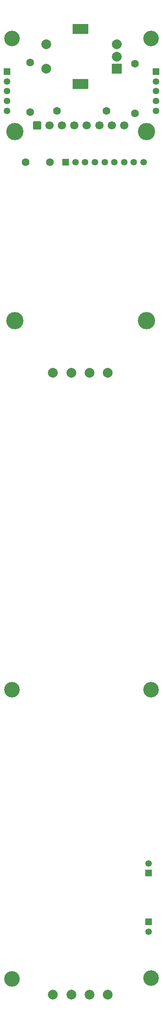
<source format=gbr>
%TF.GenerationSoftware,KiCad,Pcbnew,9.0.3*%
%TF.CreationDate,2026-02-21T11:18:13+01:00*%
%TF.ProjectId,Channel,4368616e-6e65-46c2-9e6b-696361645f70,rev?*%
%TF.SameCoordinates,Original*%
%TF.FileFunction,Soldermask,Top*%
%TF.FilePolarity,Negative*%
%FSLAX46Y46*%
G04 Gerber Fmt 4.6, Leading zero omitted, Abs format (unit mm)*
G04 Created by KiCad (PCBNEW 9.0.3) date 2026-02-21 11:18:13*
%MOMM*%
%LPD*%
G01*
G04 APERTURE LIST*
G04 Aperture macros list*
%AMRoundRect*
0 Rectangle with rounded corners*
0 $1 Rounding radius*
0 $2 $3 $4 $5 $6 $7 $8 $9 X,Y pos of 4 corners*
0 Add a 4 corners polygon primitive as box body*
4,1,4,$2,$3,$4,$5,$6,$7,$8,$9,$2,$3,0*
0 Add four circle primitives for the rounded corners*
1,1,$1+$1,$2,$3*
1,1,$1+$1,$4,$5*
1,1,$1+$1,$6,$7*
1,1,$1+$1,$8,$9*
0 Add four rect primitives between the rounded corners*
20,1,$1+$1,$2,$3,$4,$5,0*
20,1,$1+$1,$4,$5,$6,$7,0*
20,1,$1+$1,$6,$7,$8,$9,0*
20,1,$1+$1,$8,$9,$2,$3,0*%
G04 Aperture macros list end*
%ADD10R,1.350000X1.350000*%
%ADD11C,1.350000*%
%ADD12C,3.200000*%
%ADD13C,2.000000*%
%ADD14C,1.600000*%
%ADD15C,3.540000*%
%ADD16RoundRect,0.255000X-0.595000X-0.595000X0.595000X-0.595000X0.595000X0.595000X-0.595000X0.595000X0*%
%ADD17C,1.700000*%
%ADD18R,2.000000X2.000000*%
%ADD19R,3.200000X2.000000*%
G04 APERTURE END LIST*
D10*
%TO.C,J2*%
X82500000Y-43500000D03*
D11*
X82500000Y-45500000D03*
X82500000Y-47500000D03*
X82500000Y-49500000D03*
X82500000Y-51500000D03*
%TD*%
D12*
%TO.C,Mount_4*%
X81500000Y-170000000D03*
%TD*%
D13*
%TO.C,F1*%
X68900000Y-105100000D03*
X68900000Y-232400000D03*
X72650000Y-105100000D03*
X72650000Y-232400000D03*
X65150000Y-105100000D03*
X61400000Y-105100000D03*
X65150000Y-232400000D03*
X61400000Y-232400000D03*
%TD*%
D12*
%TO.C,Mount_2*%
X81500000Y-36750000D03*
%TD*%
D14*
%TO.C,R3*%
X78250000Y-52080000D03*
X78250000Y-41920000D03*
%TD*%
D15*
%TO.C,U1*%
X53600000Y-55775000D03*
X53600000Y-94425000D03*
X80550000Y-55775000D03*
X80550000Y-94425000D03*
D16*
X58150000Y-54500000D03*
D17*
X60700000Y-54500000D03*
X63250000Y-54500000D03*
X65800000Y-54500000D03*
X68350000Y-54500000D03*
X70900000Y-54500000D03*
X73450000Y-54500000D03*
X76000000Y-54500000D03*
%TD*%
D10*
%TO.C,J1*%
X64000000Y-62000000D03*
D11*
X66000000Y-62000000D03*
X68000000Y-62000000D03*
X70000000Y-62000000D03*
X72000000Y-62000000D03*
X74000000Y-62000000D03*
X76000000Y-62000000D03*
X78000000Y-62000000D03*
X80000000Y-62000000D03*
%TD*%
D12*
%TO.C,Mount_3*%
X53000000Y-170000000D03*
%TD*%
D10*
%TO.C,J4*%
X81000000Y-217500000D03*
D11*
X81000000Y-219500000D03*
%TD*%
D18*
%TO.C,SW1*%
X74500000Y-42900000D03*
D13*
X74500000Y-37900000D03*
X74500000Y-40400000D03*
D19*
X67000000Y-46000000D03*
X67000000Y-34800000D03*
D13*
X60000000Y-37900000D03*
X60000000Y-42900000D03*
%TD*%
D12*
%TO.C,Mount_6*%
X53000000Y-229183000D03*
%TD*%
D10*
%TO.C,J6*%
X81000000Y-207500000D03*
D11*
X81000000Y-205500000D03*
%TD*%
D14*
%TO.C,C1*%
X55750000Y-62000000D03*
X60750000Y-62000000D03*
%TD*%
D10*
%TO.C,J3*%
X52000000Y-43500000D03*
D11*
X52000000Y-45500000D03*
X52000000Y-47500000D03*
X52000000Y-49500000D03*
X52000000Y-51500000D03*
%TD*%
D12*
%TO.C,Mount_7*%
X81500000Y-229012500D03*
%TD*%
%TO.C,Mount_1*%
X53000000Y-36750000D03*
%TD*%
D14*
%TO.C,R2*%
X62170000Y-51500000D03*
X72330000Y-51500000D03*
%TD*%
%TO.C,R1*%
X56750000Y-51750000D03*
X56750000Y-41590000D03*
%TD*%
M02*

</source>
